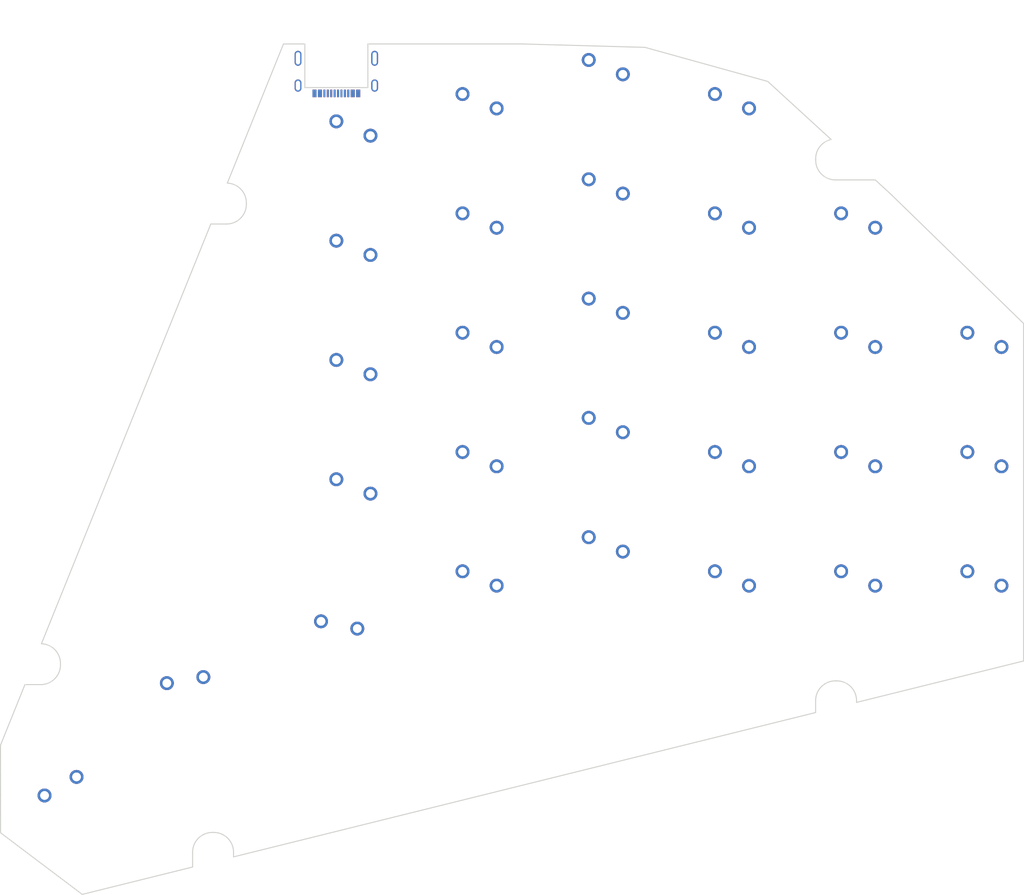
<source format=kicad_pcb>
(kicad_pcb (version 20211014) (generator pcbnew)
  (title_block (title "grapto-v3w-right") (rev "v1.0.0") (company "Unknown"))
  (layers (0 "F.Cu" signal) (31 "B.Cu" signal) (34 "B.Paste" user) (35 "F.Paste" user) (36 "B.SilkS" user "B.Silkscreen") (37 "F.SilkS" user "F.Silkscreen") (38 "B.Mask" user) (39 "F.Mask" user) (44 "Edge.Cuts" user))
  (net 0 "")
  (net 1 "col5")
  (net 2 "row3")
  (net 3 "row2")
  (net 4 "row1")
  (net 5 "col4")
  (net 6 "row0")
  (net 7 "row4")
  (net 8 "col3")
  (net 9 "col2")
  (net 10 "col1")
  (net 11 "col0")
  (footprint "PG1350" (layer "F.Cu") (at 221.5 162.5)
    (fp_text reference "S60" hide)
    (fp_text value "" hide)
    (pad "" np_thru_hole circle locked (at 0 0) (size 3.429 3.429) (drill 3.429) (layers *.Cu *.Mask))
    (pad "" np_thru_hole circle locked (at 5.5 0) (size 1.7018 1.7018) (drill 1.7018) (layers *.Cu *.Mask))
    (pad "" np_thru_hole circle locked (at -5.5 0) (size 1.7018 1.7018) (drill 1.7018) (layers *.Cu *.Mask))
    (pad "1" thru_hole circle locked (at 5 -3.8) (size 2.032 2.032) (drill 1.27) (layers *.Cu *.Mask) (net 1 "col5"))
    (pad "2" thru_hole circle locked (at 0 -5.9) (size 2.032 2.032) (drill 1.27) (layers *.Cu *.Mask) (net 3 "row2"))
  )
  (footprint "PG1350" (layer "F.Cu") (at 166 122.5)
    (fp_text reference "S45" hide)
    (fp_text value "" hide)
    (pad "" np_thru_hole circle locked (at -5.5 0) (size 1.7018 1.7018) (drill 1.7018) (layers *.Cu *.Mask))
    (pad "" np_thru_hole circle locked (at 5.5 0) (size 1.7018 1.7018) (drill 1.7018) (layers *.Cu *.Mask))
    (pad "" np_thru_hole circle locked (at 0 0) (size 3.429 3.429) (drill 3.429) (layers *.Cu *.Mask))
    (pad "1" thru_hole circle locked (at 5 -3.8) (size 2.032 2.032) (drill 1.27) (layers *.Cu *.Mask) (net 9 "col2"))
    (pad "2" thru_hole circle locked (at 0 -5.9) (size 2.032 2.032) (drill 1.27) (layers *.Cu *.Mask) (net 4 "row1"))
  )
  (footprint "PG1350" (layer "F.Cu") (at 107.299994 195.496761 32.22)
    (fp_text reference "S86" hide)
    (fp_text value "" hide)
    (pad "" np_thru_hole circle locked (at -5.5 0) (size 1.7018 1.7018) (drill 1.7018) (layers *.Cu *.Mask))
    (pad "" np_thru_hole circle locked (at 0 0) (size 3.429 3.429) (drill 3.429) (layers *.Cu *.Mask))
    (pad "" np_thru_hole circle locked (at 5.5 0) (size 1.7018 1.7018) (drill 1.7018) (layers *.Cu *.Mask))
    (pad "1" thru_hole circle locked (at 5 -3.8) (size 2.032 2.032) (drill 1.27) (layers *.Cu *.Mask) (net 10 "col1"))
    (pad "2" thru_hole circle locked (at 0 -5.9) (size 2.032 2.032) (drill 1.27) (layers *.Cu *.Mask) (net 7 "row4"))
  )
  (footprint "PG1350" (layer "F.Cu") (at 166 105)
    (fp_text reference "S75" hide)
    (fp_text value "" hide)
    (pad "" np_thru_hole circle locked (at 5.5 0) (size 1.7018 1.7018) (drill 1.7018) (layers *.Cu *.Mask))
    (pad "" np_thru_hole circle locked (at 0 0) (size 3.429 3.429) (drill 3.429) (layers *.Cu *.Mask))
    (pad "" np_thru_hole circle locked (at -5.5 0) (size 1.7018 1.7018) (drill 1.7018) (layers *.Cu *.Mask))
    (pad "1" thru_hole circle locked (at 5 -3.8) (size 2.032 2.032) (drill 1.27) (layers *.Cu *.Mask) (net 9 "col2"))
    (pad "2" thru_hole circle locked (at 0 -5.9) (size 2.032 2.032) (drill 1.27) (layers *.Cu *.Mask) (net 6 "row0"))
  )
  (footprint "PG1350" (layer "F.Cu") (at 203 127.5)
    (fp_text reference "S36" hide)
    (fp_text value "" hide)
    (pad "" np_thru_hole circle locked (at 5.5 0) (size 1.7018 1.7018) (drill 1.7018) (layers *.Cu *.Mask))
    (pad "" np_thru_hole circle locked (at -5.5 0) (size 1.7018 1.7018) (drill 1.7018) (layers *.Cu *.Mask))
    (pad "" np_thru_hole circle locked (at 0 0) (size 3.429 3.429) (drill 3.429) (layers *.Cu *.Mask))
    (pad "1" thru_hole circle locked (at 5 -3.8) (size 2.032 2.032) (drill 1.27) (layers *.Cu *.Mask) (net 5 "col4"))
    (pad "2" thru_hole circle locked (at 0 -5.9) (size 2.032 2.032) (drill 1.27) (layers *.Cu *.Mask) (net 6 "row0"))
  )
  (footprint "PG1350" (layer "F.Cu") (at 147.5 162.5)
    (fp_text reference "S77" hide)
    (fp_text value "" hide)
    (pad "" np_thru_hole circle locked (at -5.5 0) (size 1.7018 1.7018) (drill 1.7018) (layers *.Cu *.Mask))
    (pad "" np_thru_hole circle locked (at 5.5 0) (size 1.7018 1.7018) (drill 1.7018) (layers *.Cu *.Mask))
    (pad "" np_thru_hole circle locked (at 0 0) (size 3.429 3.429) (drill 3.429) (layers *.Cu *.Mask))
    (pad "1" thru_hole circle locked (at 5 -3.8) (size 2.032 2.032) (drill 1.27) (layers *.Cu *.Mask) (net 10 "col1"))
    (pad "2" thru_hole circle locked (at 0 -5.9) (size 2.032 2.032) (drill 1.27) (layers *.Cu *.Mask) (net 2 "row3"))
  )
  (footprint "PG1350" (layer "F.Cu") (at 129 149)
    (fp_text reference "S53" hide)
    (fp_text value "" hide)
    (pad "" np_thru_hole circle locked (at -5.5 0) (size 1.7018 1.7018) (drill 1.7018) (layers *.Cu *.Mask))
    (pad "" np_thru_hole circle locked (at 5.5 0) (size 1.7018 1.7018) (drill 1.7018) (layers *.Cu *.Mask))
    (pad "" np_thru_hole circle locked (at 0 0) (size 3.429 3.429) (drill 3.429) (layers *.Cu *.Mask))
    (pad "1" thru_hole circle locked (at 5 -3.8) (size 2.032 2.032) (drill 1.27) (layers *.Cu *.Mask) (net 11 "col0"))
    (pad "2" thru_hole circle locked (at 0 -5.9) (size 2.032 2.032) (drill 1.27) (layers *.Cu *.Mask) (net 3 "row2"))
  )
  (footprint "PG1350" (layer "F.Cu") (at 184.5 145)
    (fp_text reference "S39" hide)
    (fp_text value "" hide)
    (pad "" np_thru_hole circle locked (at -5.5 0) (size 1.7018 1.7018) (drill 1.7018) (layers *.Cu *.Mask))
    (pad "" np_thru_hole circle locked (at 5.5 0) (size 1.7018 1.7018) (drill 1.7018) (layers *.Cu *.Mask))
    (pad "" np_thru_hole circle locked (at 0 0) (size 3.429 3.429) (drill 3.429) (layers *.Cu *.Mask))
    (pad "1" thru_hole circle locked (at 5 -3.8) (size 2.032 2.032) (drill 1.27) (layers *.Cu *.Mask) (net 8 "col3"))
    (pad "2" thru_hole circle locked (at 0 -5.9) (size 2.032 2.032) (drill 1.27) (layers *.Cu *.Mask) (net 3 "row2"))
  )
  (footprint "PG1350" (layer "F.Cu") (at 129 166.5)
    (fp_text reference "S52" hide)
    (fp_text value "" hide)
    (pad "" np_thru_hole circle locked (at 0 0) (size 3.429 3.429) (drill 3.429) (layers *.Cu *.Mask))
    (pad "" np_thru_hole circle locked (at 5.5 0) (size 1.7018 1.7018) (drill 1.7018) (layers *.Cu *.Mask))
    (pad "" np_thru_hole circle locked (at -5.5 0) (size 1.7018 1.7018) (drill 1.7018) (layers *.Cu *.Mask))
    (pad "1" thru_hole circle locked (at 5 -3.8) (size 2.032 2.032) (drill 1.27) (layers *.Cu *.Mask) (net 11 "col0"))
    (pad "2" thru_hole circle locked (at 0 -5.9) (size 2.032 2.032) (drill 1.27) (layers *.Cu *.Mask) (net 2 "row3"))
  )
  (footprint "PG1350" (layer "F.Cu") (at 184.5 127.5)
    (fp_text reference "S40" hide)
    (fp_text value "" hide)
    (pad "" np_thru_hole circle locked (at -5.5 0) (size 1.7018 1.7018) (drill 1.7018) (layers *.Cu *.Mask))
    (pad "" np_thru_hole circle locked (at 0 0) (size 3.429 3.429) (drill 3.429) (layers *.Cu *.Mask))
    (pad "" np_thru_hole circle locked (at 5.5 0) (size 1.7018 1.7018) (drill 1.7018) (layers *.Cu *.Mask))
    (pad "1" thru_hole circle locked (at 5 -3.8) (size 2.032 2.032) (drill 1.27) (layers *.Cu *.Mask) (net 8 "col3"))
    (pad "2" thru_hole circle locked (at 0 -5.9) (size 2.032 2.032) (drill 1.27) (layers *.Cu *.Mask) (net 4 "row1"))
  )
  (footprint "PG1350" (layer "F.Cu") (at 147.5 180)
    (fp_text reference "S47" hide)
    (fp_text value "" hide)
    (pad "" np_thru_hole circle locked (at 0 0) (size 3.429 3.429) (drill 3.429) (layers *.Cu *.Mask))
    (pad "" np_thru_hole circle locked (at -5.5 0) (size 1.7018 1.7018) (drill 1.7018) (layers *.Cu *.Mask))
    (pad "" np_thru_hole circle locked (at 5.5 0) (size 1.7018 1.7018) (drill 1.7018) (layers *.Cu *.Mask))
    (pad "1" thru_hole circle locked (at 5 -3.8) (size 2.032 2.032) (drill 1.27) (layers *.Cu *.Mask) (net 8 "col3"))
    (pad "2" thru_hole circle locked (at 0 -5.9) (size 2.032 2.032) (drill 1.27) (layers *.Cu *.Mask) (net 7 "row4"))
  )
  (footprint "PG1350" (layer "F.Cu") (at 184.5 145)
    (fp_text reference "S68" hide)
    (fp_text value "" hide)
    (pad "" np_thru_hole circle locked (at 5.5 0) (size 1.7018 1.7018) (drill 1.7018) (layers *.Cu *.Mask))
    (pad "" np_thru_hole circle locked (at -5.5 0) (size 1.7018 1.7018) (drill 1.7018) (layers *.Cu *.Mask))
    (pad "" np_thru_hole circle locked (at 0 0) (size 3.429 3.429) (drill 3.429) (layers *.Cu *.Mask))
    (pad "1" thru_hole circle locked (at 5 -3.8) (size 2.032 2.032) (drill 1.27) (layers *.Cu *.Mask) (net 8 "col3"))
    (pad "2" thru_hole circle locked (at 0 -5.9) (size 2.032 2.032) (drill 1.27) (layers *.Cu *.Mask) (net 3 "row2"))
  )
  (footprint "PG1350" (layer "F.Cu") (at 147.5 180)
    (fp_text reference "S76" hide)
    (fp_text value "" hide)
    (pad "" np_thru_hole circle locked (at 5.5 0) (size 1.7018 1.7018) (drill 1.7018) (layers *.Cu *.Mask))
    (pad "" np_thru_hole circle locked (at 0 0) (size 3.429 3.429) (drill 3.429) (layers *.Cu *.Mask))
    (pad "" np_thru_hole circle locked (at -5.5 0) (size 1.7018 1.7018) (drill 1.7018) (layers *.Cu *.Mask))
    (pad "1" thru_hole circle locked (at 5 -3.8) (size 2.032 2.032) (drill 1.27) (layers *.Cu *.Mask) (net 8 "col3"))
    (pad "2" thru_hole circle locked (at 0 -5.9) (size 2.032 2.032) (drill 1.27) (layers *.Cu *.Mask) (net 7 "row4"))
  )
  (footprint "PG1350" (layer "F.Cu") (at 166 175)
    (fp_text reference "S71" hide)
    (fp_text value "" hide)
    (pad "" np_thru_hole circle locked (at 5.5 0) (size 1.7018 1.7018) (drill 1.7018) (layers *.Cu *.Mask))
    (pad "" np_thru_hole circle locked (at -5.5 0) (size 1.7018 1.7018) (drill 1.7018) (layers *.Cu *.Mask))
    (pad "" np_thru_hole circle locked (at 0 0) (size 3.429 3.429) (drill 3.429) (layers *.Cu *.Mask))
    (pad "1" thru_hole circle locked (at 5 -3.8) (size 2.032 2.032) (drill 1.27) (layers *.Cu *.Mask) (net 5 "col4"))
    (pad "2" thru_hole circle locked (at 0 -5.9) (size 2.032 2.032) (drill 1.27) (layers *.Cu *.Mask) (net 7 "row4"))
  )
  (footprint "PG1350" (layer "F.Cu") (at 129 131.5)
    (fp_text reference "S83" hide)
    (fp_text value "" hide)
    (pad "" np_thru_hole circle locked (at 5.5 0) (size 1.7018 1.7018) (drill 1.7018) (layers *.Cu *.Mask))
    (pad "" np_thru_hole circle locked (at -5.5 0) (size 1.7018 1.7018) (drill 1.7018) (layers *.Cu *.Mask))
    (pad "" np_thru_hole circle locked (at 0 0) (size 3.429 3.429) (drill 3.429) (layers *.Cu *.Mask))
    (pad "1" thru_hole circle locked (at 5 -3.8) (size 2.032 2.032) (drill 1.27) (layers *.Cu *.Mask) (net 11 "col0"))
    (pad "2" thru_hole circle locked (at 0 -5.9) (size 2.032 2.032) (drill 1.27) (layers *.Cu *.Mask) (net 4 "row1"))
  )
  (footprint "PG1350" (layer "F.Cu") (at 203 145)
    (fp_text reference "S35" hide)
    (fp_text value "" hide)
    (pad "" np_thru_hole circle locked (at 0 0) (size 3.429 3.429) (drill 3.429) (layers *.Cu *.Mask))
    (pad "" np_thru_hole circle locked (at 5.5 0) (size 1.7018 1.7018) (drill 1.7018) (layers *.Cu *.Mask))
    (pad "" np_thru_hole circle locked (at -5.5 0) (size 1.7018 1.7018) (drill 1.7018) (layers *.Cu *.Mask))
    (pad "1" thru_hole circle locked (at 5 -3.8) (size 2.032 2.032) (drill 1.27) (layers *.Cu *.Mask) (net 5 "col4"))
    (pad "2" thru_hole circle locked (at 0 -5.9) (size 2.032 2.032) (drill 1.27) (layers *.Cu *.Mask) (net 4 "row1"))
  )
  (footprint "PG1350" (layer "F.Cu") (at 203 145)
    (fp_text reference "S64" hide)
    (fp_text value "" hide)
    (pad "" np_thru_hole circle locked (at 5.5 0) (size 1.7018 1.7018) (drill 1.7018) (layers *.Cu *.Mask))
    (pad "" np_thru_hole circle locked (at -5.5 0) (size 1.7018 1.7018) (drill 1.7018) (layers *.Cu *.Mask))
    (pad "" np_thru_hole circle locked (at 0 0) (size 3.429 3.429) (drill 3.429) (layers *.Cu *.Mask))
    (pad "1" thru_hole circle locked (at 5 -3.8) (size 2.032 2.032) (drill 1.27) (layers *.Cu *.Mask) (net 5 "col4"))
    (pad "2" thru_hole circle locked (at 0 -5.9) (size 2.032 2.032) (drill 1.27) (layers *.Cu *.Mask) (net 4 "row1"))
  )
  (footprint "PG1350" (layer "F.Cu") (at 129 149)
    (fp_text reference "S82" hide)
    (fp_text value "" hide)
    (pad "" np_thru_hole circle locked (at 0 0) (size 3.429 3.429) (drill 3.429) (layers *.Cu *.Mask))
    (pad "" np_thru_hole circle locked (at -5.5 0) (size 1.7018 1.7018) (drill 1.7018) (layers *.Cu *.Mask))
    (pad "" np_thru_hole circle locked (at 5.5 0) (size 1.7018 1.7018) (drill 1.7018) (layers *.Cu *.Mask))
    (pad "1" thru_hole circle locked (at 5 -3.8) (size 2.032 2.032) (drill 1.27) (layers *.Cu *.Mask) (net 11 "col0"))
    (pad "2" thru_hole circle locked (at 0 -5.9) (size 2.032 2.032) (drill 1.27) (layers *.Cu *.Mask) (net 3 "row2"))
  )
  (footprint "PG1350" (layer "F.Cu") (at 221.5 145)
    (fp_text reference "S32" hide)
    (fp_text value "" hide)
    (pad "" np_thru_hole circle locked (at 0 0) (size 3.429 3.429) (drill 3.429) (layers *.Cu *.Mask))
    (pad "" np_thru_hole circle locked (at -5.5 0) (size 1.7018 1.7018) (drill 1.7018) (layers *.Cu *.Mask))
    (pad "" np_thru_hole circle locked (at 5.5 0) (size 1.7018 1.7018) (drill 1.7018) (layers *.Cu *.Mask))
    (pad "1" thru_hole circle locked (at 5 -3.8) (size 2.032 2.032) (drill 1.27) (layers *.Cu *.Mask) (net 1 "col5"))
    (pad "2" thru_hole circle locked (at 0 -5.9) (size 2.032 2.032) (drill 1.27) (layers *.Cu *.Mask) (net 4 "row1"))
  )
  (footprint "PG1350" (layer "F.Cu") (at 203 180)
    (fp_text reference "S62" hide)
    (fp_text value "" hide)
    (pad "" np_thru_hole circle locked (at -5.5 0) (size 1.7018 1.7018) (drill 1.7018) (layers *.Cu *.Mask))
    (pad "" np_thru_hole circle locked (at 5.5 0) (size 1.7018 1.7018) (drill 1.7018) (layers *.Cu *.Mask))
    (pad "" np_thru_hole circle locked (at 0 0) (size 3.429 3.429) (drill 3.429) (layers *.Cu *.Mask))
    (pad "1" thru_hole circle locked (at 5 -3.8) (size 2.032 2.032) (drill 1.27) (layers *.Cu *.Mask) (net 5 "col4"))
    (pad "2" thru_hole circle locked (at 0 -5.9) (size 2.032 2.032) (drill 1.27) (layers *.Cu *.Mask) (net 2 "row3"))
  )
  (footprint "PG1350" (layer "F.Cu") (at 147.5 162.5)
    (fp_text reference "S48" hide)
    (fp_text value "" hide)
    (pad "" np_thru_hole circle locked (at 5.5 0) (size 1.7018 1.7018) (drill 1.7018) (layers *.Cu *.Mask))
    (pad "" np_thru_hole circle locked (at -5.5 0) (size 1.7018 1.7018) (drill 1.7018) (layers *.Cu *.Mask))
    (pad "" np_thru_hole circle locked (at 0 0) (size 3.429 3.429) (drill 3.429) (layers *.Cu *.Mask))
    (pad "1" thru_hole circle locked (at 5 -3.8) (size 2.032 2.032) (drill 1.27) (layers *.Cu *.Mask) (net 10 "col1"))
    (pad "2" thru_hole circle locked (at 0 -5.9) (size 2.032 2.032) (drill 1.27) (layers *.Cu *.Mask) (net 2 "row3"))
  )
  (footprint "TRRS-PJ-320A-dual" (layer "F.Cu") (at 129 96.75)
    (fp_text reference "USBC1")
    (fp_text value "TRRS-PJ-320A-dual")
    (pad "" thru_hole oval locked (at 5.62 2.1) (size 1 2.2) (drill oval 0.6 1.8) (layers *.Cu *.Mask))
    (pad "" thru_hole oval locked (at 5.62 6.1) (size 1 1.8) (drill oval 0.6 1.4) (layers *.Cu *.Mask))
    (pad "" thru_hole oval locked (at -5.62 6.1) (size 1 1.8) (drill oval 0.6 1.4) (layers *.Cu *.Mask))
    (pad "" thru_hole oval locked (at -5.62 2.1) (size 1 2.2) (drill oval 0.6 1.8) (layers *.Cu *.Mask))
    (pad "pad_n" smd rect locked (at -0.25 7.25) (size 0.3 1.1) (layers *.Cu *.Mask))
    (pad "pad_n" smd rect locked (at -0.75 7.25) (size 0.3 1.1) (layers *.Cu *.Mask))
    (pad "pad_n" smd rect locked (at 0.75 7.25) (size 0.3 1.1) (layers *.Cu *.Mask))
    (pad "pad_n" smd rect locked (at 2.4 7.25) (size 0.6 1.1) (layers *.Cu *.Mask))
    (pad "pad_n" smd rect locked (at 0.25 7.25) (size 0.3 1.1) (layers *.Cu *.Mask))
    (pad "pad_n" smd rect locked (at -2.4 7.25) (size 0.6 1.1) (layers *.Cu *.Mask))
    (pad "pad_n" smd rect locked (at -3.2 7.25) (size 0.6 1.1) (layers *.Cu *.Mask))
    (pad "pad_n" smd rect locked (at 3.2 7.25) (size 0.6 1.1) (layers *.Cu *.Mask))
    (pad "pad_n" smd rect locked (at 1.25 7.25) (size 0.3 1.1) (layers *.Cu *.Mask))
    (pad "pad_n" smd rect locked (at -1.75 7.25) (size 0.3 1.1) (layers *.Cu *.Mask))
    (pad "pad_n" smd rect locked (at -1.25 7.25) (size 0.3 1.1) (layers *.Cu *.Mask))
    (pad "pad_n" smd rect locked (at 1.75 7.25) (size 0.3 1.1) (layers *.Cu *.Mask))
  )
  (footprint "PG1350" (layer "F.Cu") (at 127.929062 187.220653 11.5)
    (fp_text reference "S56" hide)
    (fp_text value "" hide)
    (pad "" np_thru_hole circle locked (at -5.5 0) (size 1.7018 1.7018) (drill 1.7018) (layers *.Cu *.Mask))
    (pad "" np_thru_hole circle locked (at 0 0) (size 3.429 3.429) (drill 3.429) (layers *.Cu *.Mask))
    (pad "" np_thru_hole circle locked (at 5.5 0) (size 1.7018 1.7018) (drill 1.7018) (layers *.Cu *.Mask))
    (pad "1" thru_hole circle locked (at 5 -3.8) (size 2.032 2.032) (drill 1.27) (layers *.Cu *.Mask) (net 9 "col2"))
    (pad "2" thru_hole circle locked (at 0 -5.9) (size 2.032 2.032) (drill 1.27) (layers *.Cu *.Mask) (net 7 "row4"))
  )
  (footprint "PG1350" (layer "F.Cu") (at 166 122.5)
    (fp_text reference "S74" hide)
    (fp_text value "" hide)
    (pad "" np_thru_hole circle locked (at 5.5 0) (size 1.7018 1.7018) (drill 1.7018) (layers *.Cu *.Mask))
    (pad "" np_thru_hole circle locked (at -5.5 0) (size 1.7018 1.7018) (drill 1.7018) (layers *.Cu *.Mask))
    (pad "" np_thru_hole circle locked (at 0 0) (size 3.429 3.429) (drill 3.429) (layers *.Cu *.Mask))
    (pad "1" thru_hole circle locked (at 5 -3.8) (size 2.032 2.032) (drill 1.27) (layers *.Cu *.Mask) (net 9 "col2"))
    (pad "2" thru_hole circle locked (at 0 -5.9) (size 2.032 2.032) (drill 1.27) (layers *.Cu *.Mask) (net 4 "row1"))
  )
  (footprint "PG1350" (layer "F.Cu") (at 166 140)
    (fp_text reference "S73" hide)
    (fp_text value "" hide)
    (pad "" np_thru_hole circle locked (at 5.5 0) (size 1.7018 1.7018) (drill 1.7018) (layers *.Cu *.Mask))
    (pad "" np_thru_hole circle locked (at 0 0) (size 3.429 3.429) (drill 3.429) (layers *.Cu *.Mask))
    (pad "" np_thru_hole circle locked (at -5.5 0) (size 1.7018 1.7018) (drill 1.7018) (layers *.Cu *.Mask))
    (pad "1" thru_hole circle locked (at 5 -3.8) (size 2.032 2.032) (drill 1.27) (layers *.Cu *.Mask) (net 9 "col2"))
    (pad "2" thru_hole circle locked (at 0 -5.9) (size 2.032 2.032) (drill 1.27) (layers *.Cu *.Mask) (net 3 "row2"))
  )
  (footprint "PG1350" (layer "F.Cu") (at 147.5 145)
    (fp_text reference "S78" hide)
    (fp_text value "" hide)
    (pad "" np_thru_hole circle locked (at 0 0) (size 3.429 3.429) (drill 3.429) (layers *.Cu *.Mask))
    (pad "" np_thru_hole circle locked (at -5.5 0) (size 1.7018 1.7018) (drill 1.7018) (layers *.Cu *.Mask))
    (pad "" np_thru_hole circle locked (at 5.5 0) (size 1.7018 1.7018) (drill 1.7018) (layers *.Cu *.Mask))
    (pad "1" thru_hole circle locked (at 5 -3.8) (size 2.032 2.032) (drill 1.27) (layers *.Cu *.Mask) (net 10 "col1"))
    (pad "2" thru_hole circle locked (at 0 -5.9) (size 2.032 2.032) (drill 1.27) (layers *.Cu *.Mask) (net 3 "row2"))
  )
  (footprint "PG1350" (layer "F.Cu") (at 166 105)
    (fp_text reference "S46" hide)
    (fp_text value "" hide)
    (pad "" np_thru_hole circle locked (at 0 0) (size 3.429 3.429) (drill 3.429) (layers *.Cu *.Mask))
    (pad "" np_thru_hole circle locked (at -5.5 0) (size 1.7018 1.7018) (drill 1.7018) (layers *.Cu *.Mask))
    (pad "" np_thru_hole circle locked (at 5.5 0) (size 1.7018 1.7018) (drill 1.7018) (layers *.Cu *.Mask))
    (pad "1" thru_hole circle locked (at 5 -3.8) (size 2.032 2.032) (drill 1.27) (layers *.Cu *.Mask) (net 9 "col2"))
    (pad "2" thru_hole circle locked (at 0 -5.9) (size 2.032 2.032) (drill 1.27) (layers *.Cu *.Mask) (net 6 "row0"))
  )
  (footprint "PG1350" (layer "F.Cu") (at 221.5 180)
    (fp_text reference "S59" hide)
    (fp_text value "" hide)
    (pad "" np_thru_hole circle locked (at 5.5 0) (size 1.7018 1.7018) (drill 1.7018) (layers *.Cu *.Mask))
    (pad "" np_thru_hole circle locked (at 0 0) (size 3.429 3.429) (drill 3.429) (layers *.Cu *.Mask))
    (pad "" np_thru_hole circle locked (at -5.5 0) (size 1.7018 1.7018) (drill 1.7018) (layers *.Cu *.Mask))
    (pad "1" thru_hole circle locked (at 5 -3.8) (size 2.032 2.032) (drill 1.27) (layers *.Cu *.Mask) (net 1 "col5"))
    (pad "2" thru_hole circle locked (at 0 -5.9) (size 2.032 2.032) (drill 1.27) (layers *.Cu *.Mask) (net 2 "row3"))
  )
  (footprint "PG1350" (layer "F.Cu") (at 184.5 127.5)
    (fp_text reference "S69" hide)
    (fp_text value "" hide)
    (pad "" np_thru_hole circle locked (at -5.5 0) (size 1.7018 1.7018) (drill 1.7018) (layers *.Cu *.Mask))
    (pad "" np_thru_hole circle locked (at 5.5 0) (size 1.7018 1.7018) (drill 1.7018) (layers *.Cu *.Mask))
    (pad "" np_thru_hole circle locked (at 0 0) (size 3.429 3.429) (drill 3.429) (layers *.Cu *.Mask))
    (pad "1" thru_hole circle locked (at 5 -3.8) (size 2.032 2.032) (drill 1.27) (layers *.Cu *.Mask) (net 8 "col3"))
    (pad "2" thru_hole circle locked (at 0 -5.9) (size 2.032 2.032) (drill 1.27) (layers *.Cu *.Mask) (net 4 "row1"))
  )
  (footprint "PG1350" (layer "F.Cu") (at 184.5 162.5)
    (fp_text reference "S38" hide)
    (fp_text value "" hide)
    (pad "" np_thru_hole circle locked (at -5.5 0) (size 1.7018 1.7018) (drill 1.7018) (layers *.Cu *.Mask))
    (pad "" np_thru_hole circle locked (at 5.5 0) (size 1.7018 1.7018) (drill 1.7018) (layers *.Cu *.Mask))
    (pad "" np_thru_hole circle locked (at 0 0) (size 3.429 3.429) (drill 3.429) (layers *.Cu *.Mask))
    (pad "1" thru_hole circle locked (at 5 -3.8) (size 2.032 2.032) (drill 1.27) (layers *.Cu *.Mask) (net 8 "col3"))
    (pad "2" thru_hole circle locked (at 0 -5.9) (size 2.032 2.032) (drill 1.27) (layers *.Cu *.Mask) (net 2 "row3"))
  )
  (footprint "PG1350" (layer "F.Cu") (at 166 140)
    (fp_text reference "S44" hide)
    (fp_text value "" hide)
    (pad "" np_thru_hole circle locked (at -5.5 0) (size 1.7018 1.7018) (drill 1.7018) (layers *.Cu *.Mask))
    (pad "" np_thru_hole circle locked (at 0 0) (size 3.429 3.429) (drill 3.429) (layers *.Cu *.Mask))
    (pad "" np_thru_hole circle locked (at 5.5 0) (size 1.7018 1.7018) (drill 1.7018) (layers *.Cu *.Mask))
    (pad "1" thru_hole circle locked (at 5 -3.8) (size 2.032 2.032) (drill 1.27) (layers *.Cu *.Mask) (net 9 "col2"))
    (pad "2" thru_hole circle locked (at 0 -5.9) (size 2.032 2.032) (drill 1.27) (layers *.Cu *.Mask) (net 3 "row2"))
  )
  (footprint "PG1350" (layer "F.Cu") (at 90.9333 210.536167 52.94)
    (fp_text reference "S87" hide)
    (fp_text value "" hide)
    (pad "" np_thru_hole circle locked (at 5.5 0) (size 1.7018 1.7018) (drill 1.7018) (layers *.Cu *.Mask))
    (pad "" np_thru_hole circle locked (at 0 0) (size 3.429 3.429) (drill 3.429) (layers *.Cu *.Mask))
    (pad "" np_thru_hole circle locked (at -5.5 0) (size 1.7018 1.7018) (drill 1.7018) (layers *.Cu *.Mask))
    (pad "1" thru_hole circle locked (at 5 -3.8) (size 2.032 2.032) (drill 1.27) (layers *.Cu *.Mask) (net 11 "col0"))
    (pad "2" thru_hole circle locked (at 0 -5.9) (size 2.032 2.032) (drill 1.27) (layers *.Cu *.Mask) (net 7 "row4"))
  )
  (footprint "PG1350" (layer "F.Cu") (at 221.5 162.5)
    (fp_text reference "S31" hide)
    (fp_text value "" hide)
    (pad "" np_thru_hole circle locked (at -5.5 0) (size 1.7018 1.7018) (drill 1.7018) (layers *.Cu *.Mask))
    (pad "" np_thru_hole circle locked (at 5.5 0) (size 1.7018 1.7018) (drill 1.7018) (layers *.Cu *.Mask))
    (pad "" np_thru_hole circle locked (at 0 0) (size 3.429 3.429) (drill 3.429) (layers *.Cu *.Mask))
    (pad "1" thru_hole circle locked (at 5 -3.8) (size 2.032 2.032) (drill 1.27) (layers *.Cu *.Mask) (net 1 "col5"))
    (pad "2" thru_hole circle locked (at 0 -5.9) (size 2.032 2.032) (drill 1.27) (layers *.Cu *.Mask) (net 3 "row2"))
  )
  (footprint "PG1350" (layer "F.Cu") (at 166 157.5)
    (fp_text reference "S72" hide)
    (fp_text value "" hide)
    (pad "" np_thru_hole circle locked (at 0 0) (size 3.429 3.429) (drill 3.429) (layers *.Cu *.Mask))
    (pad "" np_thru_hole circle locked (at -5.5 0) (size 1.7018 1.7018) (drill 1.7018) (layers *.Cu *.Mask))
    (pad "" np_thru_hole circle locked (at 5.5 0) (size 1.7018 1.7018) (drill 1.7018) (layers *.Cu *.Mask))
    (pad "1" thru_hole circle locked (at 5 -3.8) (size 2.032 2.032) (drill 1.27) (layers *.Cu *.Mask) (net 9 "col2"))
    (pad "2" thru_hole circle locked (at 0 -5.9) (size 2.032 2.032) (drill 1.27) (layers *.Cu *.Mask) (net 2 "row3"))
  )
  (footprint "PG1350" (layer "F.Cu") (at 147.5 110)
    (fp_text reference "S80" hide)
    (fp_text value "" hide)
    (pad "" np_thru_hole circle locked (at -5.5 0) (size 1.7018 1.7018) (drill 1.7018) (layers *.Cu *.Mask))
    (pad "" np_thru_hole circle locked (at 0 0) (size 3.429 3.429) (drill 3.429) (layers *.Cu *.Mask))
    (pad "" np_thru_hole circle locked (at 5.5 0) (size 1.7018 1.7018) (drill 1.7018) (layers *.Cu *.Mask))
    (pad "1" thru_hole circle locked (at 5 -3.8) (size 2.032 2.032) (drill 1.27) (layers *.Cu *.Mask) (net 10 "col1"))
    (pad "2" thru_hole circle locked (at 0 -5.9) (size 2.032 2.032) (drill 1.27) (layers *.Cu *.Mask) (net 6 "row0"))
  )
  (footprint "PG1350" (layer "F.Cu") (at 203 162.5)
    (fp_text reference "S63" hide)
    (fp_text value "" hide)
    (pad "" np_thru_hole circle locked (at -5.5 0) (size 1.7018 1.7018) (drill 1.7018) (layers *.Cu *.Mask))
    (pad "" np_thru_hole circle locked (at 5.5 0) (size 1.7018 1.7018) (drill 1.7018) (layers *.Cu *.Mask))
    (pad "" np_thru_hole circle locked (at 0 0) (size 3.429 3.429) (drill 3.429) (layers *.Cu *.Mask))
    (pad "1" thru_hole circle locked (at 5 -3.8) (size 2.032 2.032) (drill 1.27) (layers *.Cu *.Mask) (net 5 "col4"))
    (pad "2" thru_hole circle locked (at 0 -5.9) (size 2.032 2.032) (drill 1.27) (layers *.Cu *.Mask) (net 3 "row2"))
  )
  (footprint "PG1350" (layer "F.Cu") (at 129 166.5)
    (fp_text reference "S81" hide)
    (fp_text value "" hide)
    (pad "" np_thru_hole circle locked (at -5.5 0) (size 1.7018 1.7018) (drill 1.7018) (layers *.Cu *.Mask))
    (pad "" np_thru_hole circle locked (at 5.5 0) (size 1.7018 1.7018) (drill 1.7018) (layers *.Cu *.Mask))
    (pad "" np_thru_hole circle locked (at 0 0) (size 3.429 3.429) (drill 3.429) (layers *.Cu *.Mask))
    (pad "1" thru_hole circle locked (at 5 -3.8) (size 2.032 2.032) (drill 1.27) (layers *.Cu *.Mask) (net 11 "col0"))
    (pad "2" thru_hole circle locked (at 0 -5.9) (size 2.032 2.032) (drill 1.27) (layers *.Cu *.Mask) (net 2 "row3"))
  )
  (footprint "PG1350" (layer "F.Cu") (at 184.5 180)
    (fp_text reference "S66" hide)
    (fp_text value "" hide)
    (pad "" np_thru_hole circle locked (at -5.5 0) (size 1.7018 1.7018) (drill 1.7018) (layers *.Cu *.Mask))
    (pad "" np_thru_hole circle locked (at 5.5 0) (size 1.7018 1.7018) (drill 1.7018) (layers *.Cu *.Mask))
    (pad "" np_thru_hole circle locked (at 0 0) (size 3.429 3.429) (drill 3.429) (layers *.Cu *.Mask))
    (pad "1" thru_hole circle locked (at 5 -3.8) (size 2.032 2.032) (drill 1.27) (layers *.Cu *.Mask) (net 1 "col5"))
    (pad "2" thru_hole circle locked (at 0 -5.9) (size 2.032 2.032) (drill 1.27) (layers *.Cu *.Mask) (net 7 "row4"))
  )
  (footprint "PG1350" (layer "F.Cu") (at 147.5 127.5)
    (fp_text reference "S79" hide)
    (fp_text value "" hide)
    (pad "" np_thru_hole circle locked (at 0 0) (size 3.429 3.429) (drill 3.429) (layers *.Cu *.Mask))
    (pad "" np_thru_hole circle locked (at -5.5 0) (size 1.7018 1.7018) (drill 1.7018) (layers *.Cu *.Mask))
    (pad "" np_thru_hole circle locked (at 5.5 0) (size 1.7018 1.7018) (drill 1.7018) (layers *.Cu *.Mask))
    (pad "1" thru_hole circle locked (at 5 -3.8) (size 2.032 2.032) (drill 1.27) (layers *.Cu *.Mask) (net 10 "col1"))
    (pad "2" thru_hole circle locked (at 0 -5.9) (size 2.032 2.032) (drill 1.27) (layers *.Cu *.Mask) (net 4 "row1"))
  )
  (footprint "PG1350" (layer "F.Cu") (at 184.5 110)
    (fp_text reference "S41" hide)
    (fp_text value "" hide)
    (pad "" np_thru_hole circle locked (at 5.5 0) (size 1.7018 1.7018) (drill 1.7018) (layers *.Cu *.Mask))
    (pad "" np_thru_hole circle locked (at 0 0) (size 3.429 3.429) (drill 3.429) (layers *.Cu *.Mask))
    (pad "" np_thru_hole circle locked (at -5.5 0) (size 1.7018 1.7018) (drill 1.7018) (layers *.Cu *.Mask))
    (pad "1" thru_hole circle locked (at 5 -3.8) (size 2.032 2.032) (drill 1.27) (layers *.Cu *.Mask) (net 8 "col3"))
    (pad "2" thru_hole circle locked (at 0 -5.9) (size 2.032 2.032) (drill 1.27) (layers *.Cu *.Mask) (net 6 "row0"))
  )
  (footprint "PG1350" (layer "F.Cu") (at 166 157.5)
    (fp_text reference "S43" hide)
    (fp_text value "" hide)
    (pad "" np_thru_hole circle locked (at 0 0) (size 3.429 3.429) (drill 3.429) (layers *.Cu *.Mask))
    (pad "" np_thru_hole circle locked (at 5.5 0) (size 1.7018 1.7018) (drill 1.7018) (layers *.Cu *.Mask))
    (pad "" np_thru_hole circle locked (at -5.5 0) (size 1.7018 1.7018) (drill 1.7018) (layers *.Cu *.Mask))
    (pad "1" thru_hole circle locked (at 5 -3.8) (size 2.032 2.032) (drill 1.27) (layers *.Cu *.Mask) (net 9 "col2"))
    (pad "2" thru_hole circle locked (at 0 -5.9) (size 2.032 2.032) (drill 1.27) (layers *.Cu *.Mask) (net 2 "row3"))
  )
  (footprint "PG1350" (layer "F.Cu") (at 129 131.5)
    (fp_text reference "S54" hide)
    (fp_text value "" hide)
    (pad "" np_thru_hole circle locked (at 0 0) (size 3.429 3.429) (drill 3.429) (layers *.Cu *.Mask))
    (pad "" np_thru_hole circle locked (at -5.5 0) (size 1.7018 1.7018) (drill 1.7018) (layers *.Cu *.Mask))
    (pad "" np_thru_hole circle locked (at 5.5 0) (size 1.7018 1.7018) (drill 1.7018) (layers *.Cu *.Mask))
    (pad "1" thru_hole circle locked (at 5 -3.8) (size 2.032 2.032) (drill 1.27) (layers *.Cu *.Mask) (net 11 "col0"))
    (pad "2" thru_hole circle locked (at 0 -5.9) (size 2.032 2.032) (drill 1.27) (layers *.Cu *.Mask) (net 4 "row1"))
  )
  (footprint "PG1350" (layer "F.Cu") (at 221.5 180)
    (fp_text reference "S30" hide)
    (fp_text value "" hide)
    (pad "" np_thru_hole circle locked (at 5.5 0) (size 1.7018 1.7018) (drill 1.7018) (layers *.Cu *.Mask))
    (pad "" np_thru_hole circle locked (at 0 0) (size 3.429 3.429) (drill 3.429) (layers *.Cu *.Mask))
    (pad "" np_thru_hole circle locked (at -5.5 0) (size 1.7018 1.7018) (drill 1.7018) (layers *.Cu *.Mask))
    (pad "1" thru_hole circle locked (at 5 -3.8) (size 2.032 2.032) (drill 1.27) (layers *.Cu *.Mask) (net 1 "col5"))
    (pad "2" thru_hole circle locked (at 0 -5.9) (size 2.032 2.032) (drill 1.27) (layers *.Cu *.Mask) (net 2 "row3"))
  )
  (footprint "PG1350" (layer "F.Cu") (at 129 114)
    (fp_text reference "S84" hide)
    (fp_text value "" hide)
    (pad "" np_thru_hole circle locked (at 0 0) (size 3.429 3.429) (drill 3.429) (layers *.Cu *.Mask))
    (pad "" np_thru_hole circle locked (at -5.5 0) (size 1.7018 1.7018) (drill 1.7018) (layers *.Cu *.Mask))
    (pad "" np_thru_hole circle locked (at 5.5 0) (size 1.7018 1.7018) (drill 1.7018) (layers *.Cu *.Mask))
    (pad "1" thru_hole circle locked (at 5 -3.8) (size 2.032 2.032) (drill 1.27) (layers *.Cu *.Mask) (net 11 "col0"))
    (pad "2" thru_hole circle locked (at 0 -5.9) (size 2.032 2.032) (drill 1.27) (layers *.Cu *.Mask) (net 6 "row0"))
  )
  (footprint "PG1350" (layer "F.Cu") (at 184.5 162.5)
    (fp_text reference "S67" hide)
    (fp_text value "" hide)
    (pad "" np_thru_hole circle locked (at 0 0) (size 3.429 3.429) (drill 3.429) (layers *.Cu *.Mask))
    (pad "" np_thru_hole circle locked (at -5.5 0) (size 1.7018 1.7018) (drill 1.7018) (layers *.Cu *.Mask))
    (pad "" np_thru_hole circle locked (at 5.5 0) (size 1.7018 1.7018) (drill 1.7018) (layers *.Cu *.Mask))
    (pad "1" thru_hole circle locked (at 5 -3.8) (size 2.032 2.032) (drill 1.27) (layers *.Cu *.Mask) (net 8 "col3"))
    (pad "2" thru_hole circle locked (at 0 -5.9) (size 2.032 2.032) (drill 1.27) (layers *.Cu *.Mask) (net 2 "row3"))
  )
  (footprint "PG1350" (layer "F.Cu") (at 184.5 180)
    (fp_text reference "S37" hide)
    (fp_text value "" hide)
    (pad "" np_thru_hole circle locked (at 0 0) (size 3.429 3.429) (drill 3.429) (layers *.Cu *.Mask))
    (pad "" np_thru_hole circle locked (at -5.5 0) (size 1.7018 1.7018) (drill 1.7018) (layers *.Cu *.Mask))
    (pad "" np_thru_hole circle locked (at 5.5 0) (size 1.7018 1.7018) (drill 1.7018) (layers *.Cu *.Mask))
    (pad "1" thru_hole circle locked (at 5 -3.8) (size 2.032 2.032) (drill 1.27) (layers *.Cu *.Mask) (net 1 "col5"))
    (pad "2" thru_hole circle locked (at 0 -5.9) (size 2.032 2.032) (drill 1.27) (layers *.Cu *.Mask) (net 7 "row4"))
  )
  (footprint "PG1350" (layer "F.Cu") (at 127.929062 187.220653 11.5)
    (fp_text reference "S85" hide)
    (fp_text value "" hide)
    (pad "" np_thru_hole circle locked (at 0 0) (size 3.429 3.429) (drill 3.429) (layers *.Cu *.Mask))
    (pad "" np_thru_hole circle locked (at 5.5 0) (size 1.7018 1.7018) (drill 1.7018) (layers *.Cu *.Mask))
    (pad "" np_thru_hole circle locked (at -5.5 0) (size 1.7018 1.7018) (drill 1.7018) (layers *.Cu *.Mask))
    (pad "1" thru_hole circle locked (at 5 -3.8) (size 2.032 2.032) (drill 1.27) (layers *.Cu *.Mask) (net 9 "col2"))
    (pad "2" thru_hole circle locked (at 0 -5.9) (size 2.032 2.032) (drill 1.27) (layers *.Cu *.Mask) (net 7 "row4"))
  )
  (footprint "PG1350" (layer "F.Cu") (at 90.9333 210.536167 52.94)
    (fp_text reference "S58" hide)
    (fp_text value "" hide)
    (pad "" np_thru_hole circle locked (at -5.5 0) (size 1.7018 1.7018) (drill 1.7018) (layers *.Cu *.Mask))
    (pad "" np_thru_hole circle locked (at 5.5 0) (size 1.7018 1.7018) (drill 1.7018) (layers *.Cu *.Mask))
    (pad "" np_thru_hole circle locked (at 0 0) (size 3.429 3.429) (drill 3.429) (layers *.Cu *.Mask))
    (pad "1" thru_hole circle locked (at 5 -3.8) (size 2.032 2.032) (drill 1.27) (layers *.Cu *.Mask) (net 11 "col0"))
    (pad "2" thru_hole circle locked (at 0 -5.9) (size 2.032 2.032) (drill 1.27) (layers *.Cu *.Mask) (net 7 "row4"))
  )
  (footprint "PG1350" (layer "F.Cu") (at 184.5 110)
    (fp_text reference "S70" hide)
    (fp_text value "" hide)
    (pad "" np_thru_hole circle locked (at 5.5 0) (size 1.7018 1.7018) (drill 1.7018) (layers *.Cu *.Mask))
    (pad "" np_thru_hole circle locked (at -5.5 0) (size 1.7018 1.7018) (drill 1.7018) (layers *.Cu *.Mask))
    (pad "" np_thru_hole circle locked (at 0 0) (size 3.429 3.429) (drill 3.429) (layers *.Cu *.Mask))
    (pad "1" thru_hole circle locked (at 5 -3.8) (size 2.032 2.032) (drill 1.27) (layers *.Cu *.Mask) (net 8 "col3"))
    (pad "2" thru_hole circle locked (at 0 -5.9) (size 2.032 2.032) (drill 1.27) (layers *.Cu *.Mask) (net 6 "row0"))
  )
  (footprint "PG1350" (layer "F.Cu") (at 221.5 145)
    (fp_text reference "S61" hide)
    (fp_text value "" hide)
    (pad "" np_thru_hole circle locked (at -5.5 0) (size 1.7018 1.7018) (drill 1.7018) (layers *.Cu *.Mask))
    (pad "" np_thru_hole circle locked (at 5.5 0) (size 1.7018 1.7018) (drill 1.7018) (layers *.Cu *.Mask))
    (pad "" np_thru_hole circle locked (at 0 0) (size 3.429 3.429) (drill 3.429) (layers *.Cu *.Mask))
    (pad "1" thru_hole circle locked (at 5 -3.8) (size 2.032 2.032) (drill 1.27) (layers *.Cu *.Mask) (net 1 "col5"))
    (pad "2" thru_hole circle locked (at 0 -5.9) (size 2.032 2.032) (drill 1.27) (layers *.Cu *.Mask) (net 4 "row1"))
  )
  (footprint "PG1350" (layer "F.Cu") (at 166 175)
    (fp_text reference "S42" hide)
    (fp_text value "" hide)
    (pad "" np_thru_hole circle locked (at 5.5 0) (size 1.7018 1.7018) (drill 1.7018) (layers *.Cu *.Mask))
    (pad "" np_thru_hole circle locked (at 0 0) (size 3.429 3.429) (drill 3.429) (layers *.Cu *.Mask))
    (pad "" np_thru_hole circle locked (at -5.5 0) (size 1.7018 1.7018) (drill 1.7018) (layers *.Cu *.Mask))
    (pad "1" thru_hole circle locked (at 5 -3.8) (size 2.032 2.032) (drill 1.27) (layers *.Cu *.Mask) (net 5 "col4"))
    (pad "2" thru_hole circle locked (at 0 -5.9) (size 2.032 2.032) (drill 1.27) (layers *.Cu *.Mask) (net 7 "row4"))
  )
  (footprint "PG1350" (layer "F.Cu") (at 107.299994 195.496761 32.22)
    (fp_text reference "S57" hide)
    (fp_text value "" hide)
    (pad "" np_thru_hole circle locked (at -5.5 0) (size 1.7018 1.7018) (drill 1.7018) (layers *.Cu *.Mask))
    (pad "" np_thru_hole circle locked (at 0 0) (size 3.429 3.429) (drill 3.429) (layers *.Cu *.Mask))
    (pad "" np_thru_hole circle locked (at 5.5 0) (size 1.7018 1.7018) (drill 1.7018) (layers *.Cu *.Mask))
    (pad "1" thru_hole circle locked (at 5 -3.8) (size 2.032 2.032) (drill 1.27) (layers *.Cu *.Mask) (net 10 "col1"))
    (pad "2" thru_hole circle locked (at 0 -5.9) (size 2.032 2.032) (drill 1.27) (layers *.Cu *.Mask) (net 7 "row4"))
  )
  (footprint "PG1350" (layer "F.Cu") (at 203 162.5)
    (fp_text reference "S34" hide)
    (fp_text value "" hide)
    (pad "" np_thru_hole circle locked (at 5.5 0) (size 1.7018 1.7018) (drill 1.7018) (layers *.Cu *.Mask))
    (pad "" np_thru_hole circle locked (at -5.5 0) (size 1.7018 1.7018) (drill 1.7018) (layers *.Cu *.Mask))
    (pad "" np_thru_hole circle locked (at 0 0) (size 3.429 3.429) (drill 3.429) (layers *.Cu *.Mask))
    (pad "1" thru_hole circle locked (at 5 -3.8) (size 2.032 2.032) (drill 1.27) (layers *.Cu *.Mask) (net 5 "col4"))
    (pad "2" thru_hole circle locked (at 0 -5.9) (size 2.032 2.032) (drill 1.27) (layers *.Cu *.Mask) (net 3 "row2"))
  )
  (footprint "PG1350" (layer "F.Cu") (at 147.5 127.5)
    (fp_text reference "S50" hide)
    (fp_text value "" hide)
    (pad "" np_thru_hole circle locked (at 0 0) (size 3.429 3.429) (drill 3.429) (layers *.Cu *.Mask))
    (pad "" np_thru_hole circle locked (at 5.5 0) (size 1.7018 1.7018) (drill 1.7018) (layers *.Cu *.Mask))
    (pad "" np_thru_hole circle locked (at -5.5 0) (size 1.7018 1.7018) (drill 1.7018) (layers *.Cu *.Mask))
    (pad "1" thru_hole circle locked (at 5 -3.8) (size 2.032 2.032) (drill 1.27) (layers *.Cu *.Mask) (net 10 "col1"))
    (pad "2" thru_hole circle locked (at 0 -5.9) (size 2.032 2.032) (drill 1.27) (layers *.Cu *.Mask) (net 4 "row1"))
  )
  (footprint "PG1350" (layer "F.Cu") (at 147.5 110)
    (fp_text reference "S51" hide)
    (fp_text value "" hide)
    (pad "" np_thru_hole circle locked (at -5.5 0) (size 1.7018 1.7018) (drill 1.7018) (layers *.Cu *.Mask))
    (pad "" np_thru_hole circle locked (at 5.5 0) (size 1.7018 1.7018) (drill 1.7018) (layers *.Cu *.Mask))
    (pad "" np_thru_hole circle locked (at 0 0) (size 3.429 3.429) (drill 3.429) (layers *.Cu *.Mask))
    (pad "1" thru_hole circle locked (at 5 -3.8) (size 2.032 2.032) (drill 1.27) (layers *.Cu *.Mask) (net 10 "col1"))
    (pad "2" thru_hole circle locked (at 0 -5.9) (size 2.032 2.032) (drill 1.27) (layers *.Cu *.Mask) (net 6 "row0"))
  )
  (footprint "PG1350" (layer "F.Cu") (at 129 114)
    (fp_text reference "S55" hide)
    (fp_text value "" hide)
    (pad "" np_thru_hole circle locked (at -5.5 0) (size 1.7018 1.7018) (drill 1.7018) (layers *.Cu *.Mask))
    (pad "" np_thru_hole circle locked (at 0 0) (size 3.429 3.429) (drill 3.429) (layers *.Cu *.Mask))
    (pad "" np_thru_hole circle locked (at 5.5 0) (size 1.7018 1.7018) (drill 1.7018) (layers *.Cu *.Mask))
    (pad "1" thru_hole circle locked (at 5 -3.8) (size 2.032 2.032) (drill 1.27) (layers *.Cu *.Mask) (net 11 "col0"))
    (pad "2" thru_hole circle locked (at 0 -5.9) (size 2.032 2.032) (drill 1.27) (layers *.Cu *.Mask) (net 6 "row0"))
  )
  (footprint "PG1350" (layer "F.Cu") (at 203 180)
    (fp_text reference "S33" hide)
    (fp_text value "" hide)
    (pad "" np_thru_hole circle locked (at -5.5 0) (size 1.7018 1.7018) (drill 1.7018) (layers *.Cu *.Mask))
    (pad "" np_thru_hole circle locked (at 5.5 0) (size 1.7018 1.7018) (drill 1.7018) (layers *.Cu *.Mask))
    (pad "" np_thru_hole circle locked (at 0 0) (size 3.429 3.429) (drill 3.429) (layers *.Cu *.Mask))
    (pad "1" thru_hole circle locked (at 5 -3.8) (size 2.032 2.032) (drill 1.27) (layers *.Cu *.Mask) (net 5 "col4"))
    (pad "2" thru_hole circle locked (at 0 -5.9) (size 2.032 2.032) (drill 1.27) (layers *.Cu *.Mask) (net 2 "row3"))
  )
  (footprint "PG1350" (layer "F.Cu") (at 147.5 145)
    (fp_text reference "S49" hide)
    (fp_text value "" hide)
    (pad "" np_thru_hole circle locked (at 5.5 0) (size 1.7018 1.7018) (drill 1.7018) (layers *.Cu *.Mask))
    (pad "" np_thru_hole circle locked (at 0 0) (size 3.429 3.429) (drill 3.429) (layers *.Cu *.Mask))
    (pad "" np_thru_hole circle locked (at -5.5 0) (size 1.7018 1.7018) (drill 1.7018) (layers *.Cu *.Mask))
    (pad "1" thru_hole circle locked (at 5 -3.8) (size 2.032 2.032) (drill 1.27) (layers *.Cu *.Mask) (net 10 "col1"))
    (pad "2" thru_hole circle locked (at 0 -5.9) (size 2.032 2.032) (drill 1.27) (layers *.Cu *.Mask) (net 3 "row2"))
  )
  (footprint "PG1350" (layer "F.Cu") (at 203 127.5)
    (fp_text reference "S65" hide)
    (fp_text value "" hide)
    (pad "" np_thru_hole circle locked (at 5.5 0) (size 1.7018 1.7018) (drill 1.7018) (layers *.Cu *.Mask))
    (pad "" np_thru_hole circle locked (at 0 0) (size 3.429 3.429) (drill 3.429) (layers *.Cu *.Mask))
    (pad "" np_thru_hole circle locked (at -5.5 0) (size 1.7018 1.7018) (drill 1.7018) (layers *.Cu *.Mask))
    (pad "1" thru_hole circle locked (at 5 -3.8) (size 2.032 2.032) (drill 1.27) (layers *.Cu *.Mask) (net 5 "col4"))
    (pad "2" thru_hole circle locked (at 0 -5.9) (size 2.032 2.032) (drill 1.27) (layers *.Cu *.Mask) (net 6 "row0"))
  )
  (gr_line (start 205.26 193.326035) (end 229.75 187.25) (layer "Edge.Cuts") (width 0.15))
  (gr_line (start 156.25 96.75) (end 133.62 96.75) (layer "Edge.Cuts") (width 0.15))
  (gr_line (start 91.746964 221.488927) (end 107.93 217.473872) (layer "Edge.Cuts") (width 0.15))
  (gr_line (start 210.25 118.75) (end 208.002727 116.69) (layer "Edge.Cuts") (width 0.15))
  (gr_line (start 88.56 187.82) (end 88.56 187.62) (layer "Edge.Cuts") (width 0.15))
  (gr_arc (start 115.81 120.26) (mid 114.96061 122.31061) (end 112.91 123.16) (layer "Edge.Cuts") (width 0.15))
  (gr_arc (start 107.93 215.3) (mid 108.77939 213.24939) (end 110.83 212.4) (layer "Edge.Cuts") (width 0.15))
  (gr_line (start 121.25 96.75) (end 113.017556 117.161995) (layer "Edge.Cuts") (width 0.15))
  (gr_line (start 229.75 137.75) (end 210.25 118.75) (layer "Edge.Cuts") (width 0.15))
  (gr_line (start 115.81 120.26) (end 115.81 120.06) (layer "Edge.Cuts") (width 0.15))
  (gr_line (start 79.769527 199.599066) (end 79.776892 212.449161) (layer "Edge.Cuts") (width 0.15))
  (gr_line (start 79.776892 212.449161) (end 91.746964 221.488927) (layer "Edge.Cuts") (width 0.15))
  (gr_arc (start 113.017556 117.161995) (mid 114.99829 118.047776) (end 115.81 120.06) (layer "Edge.Cuts") (width 0.15))
  (gr_line (start 174.25 97.25) (end 156.25 96.75) (layer "Edge.Cuts") (width 0.15))
  (gr_line (start 113.93 215.985256) (end 113.93 215.3) (layer "Edge.Cuts") (width 0.15))
  (gr_line (start 133.62 103.15) (end 133.62 96.75) (layer "Edge.Cuts") (width 0.15))
  (gr_line (start 110.598476 123.16) (end 112.91 123.16) (layer "Edge.Cuts") (width 0.15))
  (gr_arc (start 202.36 190.17) (mid 204.41061 191.01939) (end 205.26 193.07) (layer "Edge.Cuts") (width 0.15))
  (gr_arc (start 88.56 187.82) (mid 87.71061 189.87061) (end 85.66 190.72) (layer "Edge.Cuts") (width 0.15))
  (gr_line (start 192.25 102.25) (end 174.25 97.25) (layer "Edge.Cuts") (width 0.15))
  (gr_line (start 124.38 103.15) (end 133.62 103.15) (layer "Edge.Cuts") (width 0.15))
  (gr_line (start 107.93 215.3) (end 107.93 217.473872) (layer "Edge.Cuts") (width 0.15))
  (gr_line (start 124.38 96.75) (end 121.25 96.75) (layer "Edge.Cuts") (width 0.15))
  (gr_line (start 199.27 113.59) (end 199.27 113.79) (layer "Edge.Cuts") (width 0.15))
  (gr_line (start 83.350579 190.72) (end 79.769527 199.599066) (layer "Edge.Cuts") (width 0.15))
  (gr_arc (start 111.03 212.4) (mid 113.08061 213.24939) (end 113.93 215.3) (layer "Edge.Cuts") (width 0.15))
  (gr_line (start 202.17 116.69) (end 208.002727 116.69) (layer "Edge.Cuts") (width 0.15))
  (gr_line (start 205.26 193.326035) (end 205.26 193.07) (layer "Edge.Cuts") (width 0.15))
  (gr_arc (start 85.769627 184.722073) (mid 87.749009 185.608523) (end 88.56 187.62) (layer "Edge.Cuts") (width 0.15))
  (gr_line (start 124.38 96.75) (end 124.38 103.15) (layer "Edge.Cuts") (width 0.15))
  (gr_line (start 199.26 193.07) (end 199.26 194.814652) (layer "Edge.Cuts") (width 0.15))
  (gr_line (start 83.350579 190.72) (end 85.66 190.72) (layer "Edge.Cuts") (width 0.15))
  (gr_line (start 110.598476 123.16) (end 85.769627 184.722073) (layer "Edge.Cuts") (width 0.15))
  (gr_arc (start 199.270001 113.59) (mid 199.905744 111.778057) (end 201.534234 110.760548) (layer "Edge.Cuts") (width 0.15))
  (gr_line (start 201.534234 110.760548) (end 192.25 102.25) (layer "Edge.Cuts") (width 0.15))
  (gr_arc (start 199.26 193.07) (mid 200.10939 191.01939) (end 202.16 190.17) (layer "Edge.Cuts") (width 0.15))
  (gr_line (start 113.93 215.985256) (end 199.26 194.814652) (layer "Edge.Cuts") (width 0.15))
  (gr_arc (start 202.17 116.69) (mid 200.11939 115.84061) (end 199.27 113.79) (layer "Edge.Cuts") (width 0.15))
  (gr_line (start 111.03 212.4) (end 110.83 212.4) (layer "Edge.Cuts") (width 0.15))
  (gr_line (start 202.36 190.17) (end 202.16 190.17) (layer "Edge.Cuts") (width 0.15))
  (gr_line (start 229.75 187.25) (end 229.75 137.75) (layer "Edge.Cuts") (width 0.15))
)
</source>
